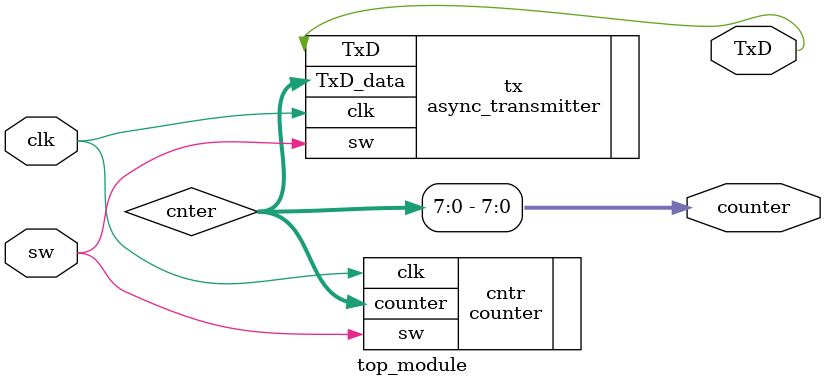
<source format=v>
module top_module(
   input sw,
	input clk,
	output TxD,
	output [7:0] counter);
  
	wire [15:0] cnter;
	async_transmitter tx(.clk(clk),.sw(sw), .TxD_data(cnter), .TxD(TxD));
	counter cntr(.clk(clk), .sw(sw),.counter(cnter));
	assign counter = cnter[7:0];

endmodule

</source>
